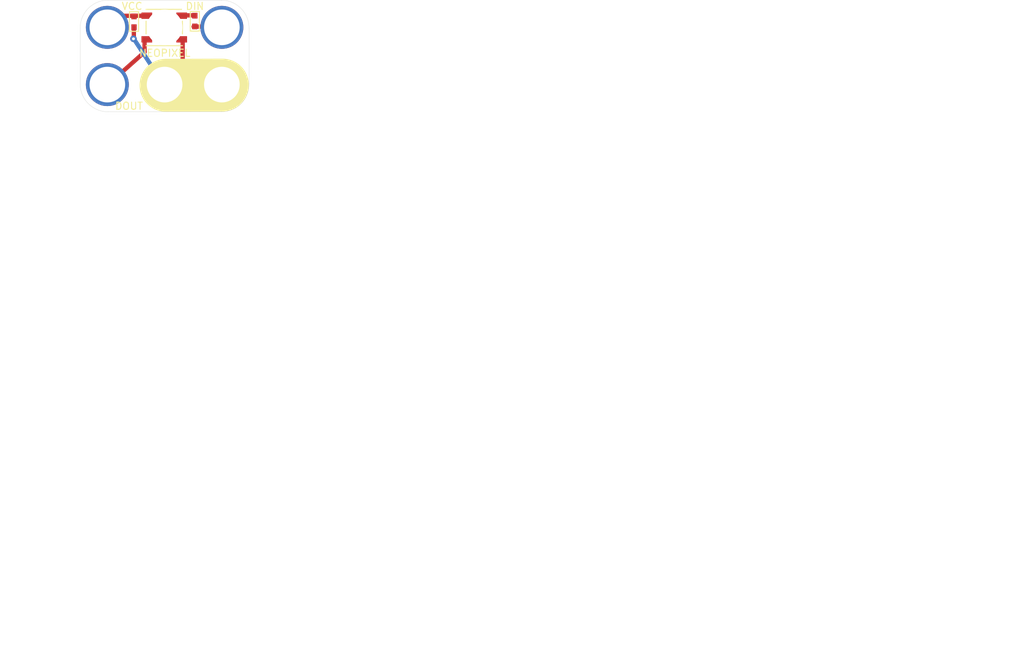
<source format=kicad_pcb>
(kicad_pcb (version 4) (host pcbnew 4.0.5-e0-6337~49~ubuntu16.04.1)

  (general
    (links 10)
    (no_connects 10)
    (area 0 0 0 0)
    (thickness 1.6)
    (drawings 1)
    (tracks 0)
    (zones 0)
    (modules 1)
    (nets 4)
  )

  (page USLetter)
  (title_block
    (title "2x3 RGB LED NeoPixel SMT Module")
    (date "06 Jul 2017")
    (rev 1.0)
    (company "CERN Open Hardware License v1.2.")
    (comment 1 help@browndoggadgets.com)
    (comment 2 http://browndoggadgets.com/)
    (comment 3 "Brown Dog Gadgets")
  )

  (layers
    (0 F.Cu signal)
    (31 B.Cu signal)
    (34 B.Paste user)
    (35 F.Paste user)
    (36 B.SilkS user)
    (37 F.SilkS user)
    (38 B.Mask user)
    (39 F.Mask user)
    (40 Dwgs.User user)
    (44 Edge.Cuts user)
    (46 B.CrtYd user)
    (47 F.CrtYd user)
    (48 B.Fab user)
    (49 F.Fab user)
  )

  (setup
    (last_trace_width 0.254)
    (user_trace_width 0.1524)
    (user_trace_width 0.254)
    (user_trace_width 0.3302)
    (user_trace_width 0.508)
    (user_trace_width 0.762)
    (user_trace_width 1.27)
    (trace_clearance 0.254)
    (zone_clearance 0.508)
    (zone_45_only no)
    (trace_min 0.1524)
    (segment_width 0.1524)
    (edge_width 0.1524)
    (via_size 0.6858)
    (via_drill 0.3302)
    (via_min_size 0.6858)
    (via_min_drill 0.3302)
    (user_via 0.6858 0.3302)
    (user_via 0.762 0.4064)
    (user_via 0.8636 0.508)
    (uvia_size 0.6858)
    (uvia_drill 0.3302)
    (uvias_allowed no)
    (uvia_min_size 0)
    (uvia_min_drill 0)
    (pcb_text_width 0.1524)
    (pcb_text_size 1.016 1.016)
    (mod_edge_width 0.1524)
    (mod_text_size 1.016 1.016)
    (mod_text_width 0.1524)
    (pad_size 6 6)
    (pad_drill 4.98)
    (pad_to_mask_clearance 0.0762)
    (solder_mask_min_width 0.1016)
    (pad_to_paste_clearance -0.0762)
    (aux_axis_origin 0 0)
    (visible_elements FFFEDF7D)
    (pcbplotparams
      (layerselection 0x310fc_80000001)
      (usegerberextensions true)
      (excludeedgelayer true)
      (linewidth 0.100000)
      (plotframeref false)
      (viasonmask false)
      (mode 1)
      (useauxorigin false)
      (hpglpennumber 1)
      (hpglpenspeed 20)
      (hpglpendiameter 15)
      (hpglpenoverlay 2)
      (psnegative false)
      (psa4output false)
      (plotreference true)
      (plotvalue true)
      (plotinvisibletext false)
      (padsonsilk false)
      (subtractmaskfromsilk false)
      (outputformat 1)
      (mirror false)
      (drillshape 0)
      (scaleselection 1)
      (outputdirectory gerbers))
  )

  (net 0 "")
  (net 1 /VCC)
  (net 2 GND)
  (net 3 "Net-(LED1-Pad2)")

  (net_class Default "This is the default net class."
    (clearance 0.254)
    (trace_width 0.254)
    (via_dia 0.6858)
    (via_drill 0.3302)
    (uvia_dia 0.6858)
    (uvia_drill 0.3302)
    (add_net /VCC)
    (add_net GND)
    (add_net "Net-(LED1-Pad2)")
  )

  (module Crazy_Circuits:LED-RGB-5050-NEOPIXEL-2x3 (layer F.Cu) (tedit 5961BFE5) (tstamp 5961D16F)
    (at 14.1 41.3)
    (descr "2.54mm pitch through hole centered 2x2")
    (path /57C8DCCA)
    (fp_text reference LED1 (at 8.025 -8.025) (layer F.Fab)
      (effects (font (size 1 1) (thickness 0.15)))
    )
    (fp_text value WS2812B (at 3.7 5) (layer F.Fab) hide
      (effects (font (size 1 1) (thickness 0.15)))
    )
    (fp_text user C1 (at 3.75 -8.9 90) (layer F.Fab)
      (effects (font (size 1 1) (thickness 0.15)))
    )
    (fp_line (start 10.4 -9.675) (end 12.1 -9.675) (layer F.Cu) (width 0.6))
    (fp_arc (start 0 -8) (end -0.175 -5.225) (angle 175.8) (layer F.Mask) (width 0.8))
    (fp_text user DIN (at 12.225 -10.95 180) (layer F.SilkS)
      (effects (font (size 1 1) (thickness 0.15)))
    )
    (fp_text user Mark (at 14.325 -3.15 180) (layer F.Fab)
      (effects (font (size 1 1) (thickness 0.15)))
    )
    (fp_text user Polarity (at 15.5 -4.7 180) (layer F.Fab)
      (effects (font (size 1 1) (thickness 0.15)))
    )
    (fp_line (start 11.325 -5.7) (end 10.675 -5.05) (layer F.Fab) (width 0.1))
    (fp_text user 1 (at 4.075 -10.575) (layer F.Fab)
      (effects (font (size 1 1) (thickness 0.15)))
    )
    (fp_line (start 16 -11.8) (end 0.1 -11.8) (layer Edge.Cuts) (width 0.04064))
    (fp_line (start 16 3.8) (end 0.1 3.8) (layer Edge.Cuts) (width 0.04064))
    (fp_line (start 19.8 -0.1) (end 19.8 -7.9) (layer Edge.Cuts) (width 0.04064))
    (fp_line (start -3.8 -0.1) (end -3.8 -7.9) (layer Edge.Cuts) (width 0.04064))
    (fp_arc (start 15.9 -7.9) (end 15.9 -11.8) (angle 90) (layer Edge.Cuts) (width 0.04064))
    (fp_arc (start 15.9 -0.1) (end 19.8 -0.1) (angle 90) (layer Edge.Cuts) (width 0.04064))
    (fp_arc (start 0.1 -0.1) (end 0.1 3.8) (angle 90) (layer Edge.Cuts) (width 0.04064))
    (fp_arc (start 0.1 -7.9) (end -3.8 -7.9) (angle 90) (layer Edge.Cuts) (width 0.04064))
    (fp_line (start 16 -11.8) (end 0.1 -11.8) (layer F.Fab) (width 0.04064))
    (fp_line (start 16 3.8) (end 0.1 3.8) (layer F.Fab) (width 0.04064))
    (fp_line (start 19.8 -0.1) (end 19.8 -7.9) (layer F.Fab) (width 0.04064))
    (fp_line (start -3.8 -0.1) (end -3.8 -7.9) (layer F.Fab) (width 0.04064))
    (fp_arc (start 15.9 -7.9) (end 15.9 -11.8) (angle 90) (layer F.Fab) (width 0.04064))
    (fp_arc (start 15.9 -0.1) (end 19.8 -0.1) (angle 90) (layer F.Fab) (width 0.04064))
    (fp_arc (start 0.1 -0.1) (end 0.1 3.8) (angle 90) (layer F.Fab) (width 0.04064))
    (fp_arc (start 0.1 -7.9) (end -3.8 -7.9) (angle 90) (layer F.Fab) (width 0.04064))
    (fp_line (start 4.36 -10.172) (end 3.09 -10.172) (layer F.SilkS) (width 0.1524))
    (fp_line (start 4.36 -7.4415) (end 3.09 -7.4415) (layer F.SilkS) (width 0.1524))
    (fp_text user NEOPIXEL (at 8.025 -4.4) (layer F.SilkS)
      (effects (font (size 1 1) (thickness 0.15)))
    )
    (fp_line (start 4.475 -10.225) (end 4.475 -7.325) (layer F.Fab) (width 0.05))
    (fp_line (start 2.975 -10.225) (end 2.975 -7.325) (layer F.CrtYd) (width 0.05))
    (fp_line (start 4.475 -10.225) (end 2.975 -10.225) (layer F.CrtYd) (width 0.05))
    (fp_line (start 4.475 -7.325) (end 2.975 -7.325) (layer F.CrtYd) (width 0.05))
    (fp_line (start 4.36 -10.172) (end 4.36 -7.4415) (layer F.SilkS) (width 0.15))
    (fp_line (start 3.09 -7.4415) (end 3.09 -10.172) (layer F.SilkS) (width 0.15))
    (fp_line (start 4.475 -10.225) (end 4.475 -7.325) (layer F.CrtYd) (width 0.05))
    (fp_line (start 4.475 -10.225) (end 2.975 -10.225) (layer F.Fab) (width 0.05))
    (fp_line (start 4.475 -7.325) (end 2.975 -7.325) (layer F.Fab) (width 0.05))
    (fp_line (start 2.975 -10.225) (end 2.975 -7.325) (layer F.Fab) (width 0.05))
    (fp_line (start 5.537 -11.023) (end 4.6 -9.1) (layer F.Fab) (width 0.0464))
    (fp_circle (center 5.5 -9.625) (end 5.45 -9.775) (layer F.Fab) (width 0.05))
    (fp_line (start 4.575 -9.118) (end 4.575 -5.054) (layer F.Fab) (width 0.05))
    (fp_line (start 11.325 -11.025) (end 5.537 -11.023) (layer F.Fab) (width 0.05))
    (fp_line (start 11.35 -5.7) (end 11.325 -11.023) (layer F.Fab) (width 0.05))
    (fp_line (start 4.575 -5.05) (end 10.675 -5.05) (layer F.Fab) (width 0.05))
    (fp_text user %R (at -6.15 -2.65) (layer F.SilkS) hide
      (effects (font (size 1 1) (thickness 0.15)))
    )
    (fp_line (start 10.49 -7.086) (end 10.49 -8.864) (layer F.SilkS) (width 0.1524))
    (fp_line (start 5.41 -10.515) (end 10.363 -10.515) (layer F.SilkS) (width 0.1524))
    (fp_line (start 10.49 -5.435) (end 5.41 -5.435) (layer F.SilkS) (width 0.1524))
    (fp_line (start 5.41 -7.086) (end 5.41 -8.864) (layer F.SilkS) (width 0.1524))
    (fp_line (start 12.45 -4.85) (end 11.575 -5.325) (layer F.Fab) (width 0.1))
    (fp_line (start 16.075 0.075) (end 8.2 0.1) (layer F.SilkS) (width 7.4))
    (fp_text user DOUT (at 3.025 3) (layer F.SilkS)
      (effects (font (size 1 1) (thickness 0.15)))
    )
    (fp_text user VCC (at 3.45 -10.95) (layer F.SilkS)
      (effects (font (size 1 1) (thickness 0.15)))
    )
    (fp_line (start 11.475 -10.325) (end 12.975 -10.325) (layer F.Fab) (width 0.05))
    (fp_line (start 11.475 -7.425) (end 11.475 -10.325) (layer F.Fab) (width 0.05))
    (fp_line (start 11.475 -7.425) (end 12.975 -7.425) (layer F.Fab) (width 0.05))
    (fp_line (start 12.975 -7.425) (end 12.975 -10.325) (layer F.Fab) (width 0.05))
    (fp_line (start 11.59 -7.478) (end 11.59 -10.2085) (layer F.SilkS) (width 0.15))
    (fp_line (start 11.59 -7.478) (end 12.86 -7.478) (layer F.SilkS) (width 0.1524))
    (fp_line (start 11.59 -10.2085) (end 12.86 -10.2085) (layer F.SilkS) (width 0.1524))
    (fp_line (start 12.86 -10.2085) (end 12.86 -7.478) (layer F.SilkS) (width 0.15))
    (fp_line (start 12.975 -7.425) (end 12.975 -10.325) (layer F.CrtYd) (width 0.05))
    (fp_line (start 11.475 -7.425) (end 12.975 -7.425) (layer F.CrtYd) (width 0.05))
    (fp_line (start 11.475 -10.325) (end 12.975 -10.325) (layer F.CrtYd) (width 0.05))
    (fp_line (start 11.475 -7.425) (end 11.475 -10.325) (layer F.CrtYd) (width 0.05))
    (fp_line (start 12.05 -8.1) (end 13.75 -8.1) (layer F.Cu) (width 0.6))
    (fp_line (start 10.525 -0.05) (end 10.525 -6.275) (layer F.Cu) (width 0.6))
    (fp_line (start 15 -0.1) (end 8.775 -0.1) (layer F.Cu) (width 0.6))
    (fp_arc (start 0.003706 0.005364) (end -0.171294 2.780364) (angle 175.8) (layer F.Mask) (width 0.8))
    (fp_text user R1 (at 12.325 -8.875 90) (layer F.Fab)
      (effects (font (size 1 1) (thickness 0.15)))
    )
    (fp_line (start 1.025 -9.6) (end 5.375 -9.625) (layer F.Cu) (width 0.6))
    (fp_line (start 3.7 -6.425) (end 3.7 -8.1) (layer F.Cu) (width 0.6))
    (fp_line (start 5.2 -4.575) (end 5.2 -6.25) (layer F.Cu) (width 0.6))
    (fp_arc (start 15.996294 -8.005364) (end 16.171294 -10.780364) (angle 175.8) (layer F.Mask) (width 0.8))
    (fp_line (start 7.9 0.025) (end 3.675 -6.425) (layer B.Cu) (width 0.6))
    (fp_line (start 0.025 0.05) (end 5.2 -4.55) (layer F.Cu) (width 0.6))
    (pad 2 thru_hole circle (at 0 0) (size 6 6) (drill 4.98) (layers *.Cu B.Mask)
      (net 3 "Net-(LED1-Pad2)"))
    (pad 1 thru_hole circle (at 0 -8) (size 6 6) (drill 4.98) (layers *.Cu B.Mask)
      (net 1 /VCC))
    (pad 3 thru_hole circle (at 8 0) (size 6 6) (drill 4.98) (layers *.Cu *.Mask)
      (net 2 GND))
    (pad "" np_thru_hole circle (at 8 -8) (size 4.98 4.98) (drill 4.98) (layers *.Cu))
    (pad 4 thru_hole circle (at 16 -8) (size 6 6) (drill 4.98) (layers *.Cu B.Mask)
      (net 2 GND))
    (pad 3 thru_hole circle (at 16 0) (size 6 6) (drill 4.98) (layers *.Cu *.Mask)
      (net 2 GND))
    (pad 1 smd rect (at 3.725 -9.525 270) (size 0.8 0.75) (layers F.Cu F.Paste F.Mask)
      (net 1 /VCC))
    (pad 2 smd rect (at 3.725 -8.025 270) (size 0.8 0.75) (layers F.Cu F.Paste F.Mask)
      (net 3 "Net-(LED1-Pad2)"))
    (pad 1 smd rect (at 5.5116 -9.626 180) (size 1.4986 0.889) (layers F.Cu F.Paste F.Mask)
      (net 1 /VCC))
    (pad 2 smd rect (at 5.5116 -6.324 180) (size 1.4986 0.889) (layers F.Cu F.Paste F.Mask)
      (net 3 "Net-(LED1-Pad2)"))
    (pad 3 smd rect (at 10.3884 -6.324 180) (size 1.4986 0.889) (layers F.Cu F.Paste F.Mask)
      (net 2 GND))
    (pad 4 smd rect (at 10.3884 -9.626 180) (size 1.4986 0.889) (layers F.Cu F.Paste F.Mask)
      (net 2 GND))
    (pad 1 smd rect (at 12.225 -8.125 90) (size 0.8 0.75) (layers F.Cu F.Paste F.Mask)
      (net 1 /VCC))
    (pad 2 smd rect (at 12.225 -9.625 90) (size 0.8 0.75) (layers F.Cu F.Paste F.Mask)
      (net 3 "Net-(LED1-Pad2)"))
    (pad 5 thru_hole circle (at 3.65 -6.4) (size 0.9144 0.9144) (drill 0.4064) (layers *.Cu))
  )

  (gr_text "FABRICATION NOTES\n\n1. THIS IS A 2 LAYER BOARD. \n2. EXTERNAL LAYERS SHALL HAVE 1 OZ COPPER.\n3. MATERIAL: FR4 AND 0.062 INCH +/- 10% THICK.\n4. BOARDS SHALL BE ROHS COMPLIANT. \n5. MANUFACTURE IN ACCORDANCE WITH IPC-6012 CLASS 2\n6. MASK: BOTH SIDES OF THE BOARD SHALL HAVE \n   SOLDER MASK (BLACK) OVER BARE COPPER. \n7. SILK: BOTH SIDES OF THE BOARD SHALL HAVE \n   WHITE SILKSCREEN. DO NOT PLACE SILK OVER BARE COPPER.\n8. FINISH: ENIG.\n9. MINIMUM TRACE WIDTH - 0.006 INCH.\n   MINIMUM SPACE - 0.006 INCH.\n   MINIMUM HOLE DIA - 0.013 INCH. \n10. MAX HOLE PLACEMENT TOLERANCE OF +/- 0.003 INCH.\n11. MAX HOLE DIAMETER TOLERANCE OF +/- 0.003 INCH AFTER PLATING." (at -0.9 87.2) (layer Dwgs.User)
    (effects (font (size 2.54 2.54) (thickness 0.254)) (justify left))
  )

)

</source>
